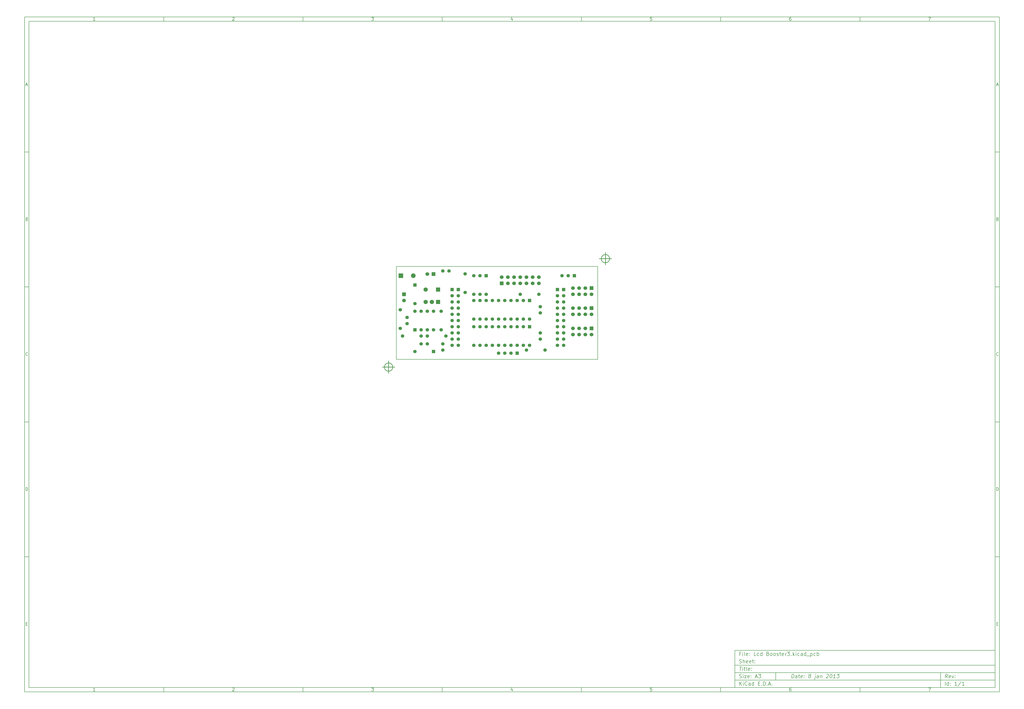
<source format=gbs>
G04 (created by PCBNEW (2012-nov-02)-testing) date Mon 07 Jan 2013 06:01:39 PM PST*
%MOIN*%
G04 Gerber Fmt 3.4, Leading zero omitted, Abs format*
%FSLAX34Y34*%
G01*
G70*
G90*
G04 APERTURE LIST*
%ADD10C,0.006*%
%ADD11C,0.01*%
%ADD12C,0.0059*%
%ADD13R,0.055X0.055*%
%ADD14C,0.055*%
%ADD15R,0.075X0.075*%
%ADD16C,0.075*%
%ADD17R,0.06X0.06*%
%ADD18C,0.06*%
%ADD19C,0.07*%
%ADD20R,0.07X0.07*%
G04 APERTURE END LIST*
G54D10*
X-60000Y55250D02*
X97350Y55250D01*
X97350Y-53680D01*
X-60000Y-53680D01*
X-60000Y55250D01*
X-59300Y54550D02*
X96650Y54550D01*
X96650Y-52980D01*
X-59300Y-52980D01*
X-59300Y54550D01*
X-37530Y55250D02*
X-37530Y54550D01*
X-48617Y54697D02*
X-48902Y54697D01*
X-48760Y54697D02*
X-48760Y55197D01*
X-48807Y55126D01*
X-48855Y55078D01*
X-48902Y55054D01*
X-37530Y-53680D02*
X-37530Y-52980D01*
X-48617Y-53532D02*
X-48902Y-53532D01*
X-48760Y-53532D02*
X-48760Y-53032D01*
X-48807Y-53103D01*
X-48855Y-53151D01*
X-48902Y-53175D01*
X-15060Y55250D02*
X-15060Y54550D01*
X-26432Y55150D02*
X-26409Y55173D01*
X-26361Y55197D01*
X-26242Y55197D01*
X-26194Y55173D01*
X-26170Y55150D01*
X-26147Y55102D01*
X-26147Y55054D01*
X-26170Y54983D01*
X-26456Y54697D01*
X-26147Y54697D01*
X-15060Y-53680D02*
X-15060Y-52980D01*
X-26432Y-53080D02*
X-26409Y-53056D01*
X-26361Y-53032D01*
X-26242Y-53032D01*
X-26194Y-53056D01*
X-26170Y-53080D01*
X-26147Y-53127D01*
X-26147Y-53175D01*
X-26170Y-53246D01*
X-26456Y-53532D01*
X-26147Y-53532D01*
X7410Y55250D02*
X7410Y54550D01*
X-3986Y55197D02*
X-3677Y55197D01*
X-3843Y55007D01*
X-3772Y55007D01*
X-3724Y54983D01*
X-3700Y54959D01*
X-3677Y54911D01*
X-3677Y54792D01*
X-3700Y54745D01*
X-3724Y54721D01*
X-3772Y54697D01*
X-3915Y54697D01*
X-3962Y54721D01*
X-3986Y54745D01*
X7410Y-53680D02*
X7410Y-52980D01*
X-3986Y-53032D02*
X-3677Y-53032D01*
X-3843Y-53222D01*
X-3772Y-53222D01*
X-3724Y-53246D01*
X-3700Y-53270D01*
X-3677Y-53318D01*
X-3677Y-53437D01*
X-3700Y-53484D01*
X-3724Y-53508D01*
X-3772Y-53532D01*
X-3915Y-53532D01*
X-3962Y-53508D01*
X-3986Y-53484D01*
X29880Y55250D02*
X29880Y54550D01*
X18745Y55030D02*
X18745Y54697D01*
X18626Y55221D02*
X18507Y54864D01*
X18816Y54864D01*
X29880Y-53680D02*
X29880Y-52980D01*
X18745Y-53199D02*
X18745Y-53532D01*
X18626Y-53008D02*
X18507Y-53365D01*
X18816Y-53365D01*
X52350Y55250D02*
X52350Y54550D01*
X41239Y55197D02*
X41000Y55197D01*
X40977Y54959D01*
X41000Y54983D01*
X41048Y55007D01*
X41167Y55007D01*
X41215Y54983D01*
X41239Y54959D01*
X41262Y54911D01*
X41262Y54792D01*
X41239Y54745D01*
X41215Y54721D01*
X41167Y54697D01*
X41048Y54697D01*
X41000Y54721D01*
X40977Y54745D01*
X52350Y-53680D02*
X52350Y-52980D01*
X41239Y-53032D02*
X41000Y-53032D01*
X40977Y-53270D01*
X41000Y-53246D01*
X41048Y-53222D01*
X41167Y-53222D01*
X41215Y-53246D01*
X41239Y-53270D01*
X41262Y-53318D01*
X41262Y-53437D01*
X41239Y-53484D01*
X41215Y-53508D01*
X41167Y-53532D01*
X41048Y-53532D01*
X41000Y-53508D01*
X40977Y-53484D01*
X74820Y55250D02*
X74820Y54550D01*
X63685Y55197D02*
X63590Y55197D01*
X63542Y55173D01*
X63518Y55150D01*
X63470Y55078D01*
X63447Y54983D01*
X63447Y54792D01*
X63470Y54745D01*
X63494Y54721D01*
X63542Y54697D01*
X63637Y54697D01*
X63685Y54721D01*
X63709Y54745D01*
X63732Y54792D01*
X63732Y54911D01*
X63709Y54959D01*
X63685Y54983D01*
X63637Y55007D01*
X63542Y55007D01*
X63494Y54983D01*
X63470Y54959D01*
X63447Y54911D01*
X74820Y-53680D02*
X74820Y-52980D01*
X63685Y-53032D02*
X63590Y-53032D01*
X63542Y-53056D01*
X63518Y-53080D01*
X63470Y-53151D01*
X63447Y-53246D01*
X63447Y-53437D01*
X63470Y-53484D01*
X63494Y-53508D01*
X63542Y-53532D01*
X63637Y-53532D01*
X63685Y-53508D01*
X63709Y-53484D01*
X63732Y-53437D01*
X63732Y-53318D01*
X63709Y-53270D01*
X63685Y-53246D01*
X63637Y-53222D01*
X63542Y-53222D01*
X63494Y-53246D01*
X63470Y-53270D01*
X63447Y-53318D01*
X85893Y55197D02*
X86226Y55197D01*
X86012Y54697D01*
X85893Y-53032D02*
X86226Y-53032D01*
X86012Y-53532D01*
X-60000Y33470D02*
X-59300Y33470D01*
X-59769Y44300D02*
X-59530Y44300D01*
X-59816Y44157D02*
X-59649Y44657D01*
X-59483Y44157D01*
X97350Y33470D02*
X96650Y33470D01*
X96880Y44300D02*
X97119Y44300D01*
X96833Y44157D02*
X97000Y44657D01*
X97166Y44157D01*
X-60000Y11690D02*
X-59300Y11690D01*
X-59614Y22639D02*
X-59542Y22615D01*
X-59519Y22591D01*
X-59495Y22544D01*
X-59495Y22472D01*
X-59519Y22425D01*
X-59542Y22401D01*
X-59590Y22377D01*
X-59780Y22377D01*
X-59780Y22877D01*
X-59614Y22877D01*
X-59566Y22853D01*
X-59542Y22830D01*
X-59519Y22782D01*
X-59519Y22734D01*
X-59542Y22687D01*
X-59566Y22663D01*
X-59614Y22639D01*
X-59780Y22639D01*
X97350Y11690D02*
X96650Y11690D01*
X97035Y22639D02*
X97107Y22615D01*
X97130Y22591D01*
X97154Y22544D01*
X97154Y22472D01*
X97130Y22425D01*
X97107Y22401D01*
X97059Y22377D01*
X96869Y22377D01*
X96869Y22877D01*
X97035Y22877D01*
X97083Y22853D01*
X97107Y22830D01*
X97130Y22782D01*
X97130Y22734D01*
X97107Y22687D01*
X97083Y22663D01*
X97035Y22639D01*
X96869Y22639D01*
X-60000Y-10090D02*
X-59300Y-10090D01*
X-59495Y645D02*
X-59519Y621D01*
X-59590Y597D01*
X-59638Y597D01*
X-59709Y621D01*
X-59757Y669D01*
X-59780Y716D01*
X-59804Y811D01*
X-59804Y883D01*
X-59780Y978D01*
X-59757Y1026D01*
X-59709Y1073D01*
X-59638Y1097D01*
X-59590Y1097D01*
X-59519Y1073D01*
X-59495Y1050D01*
X97350Y-10090D02*
X96650Y-10090D01*
X97154Y645D02*
X97130Y621D01*
X97059Y597D01*
X97011Y597D01*
X96940Y621D01*
X96892Y669D01*
X96869Y716D01*
X96845Y811D01*
X96845Y883D01*
X96869Y978D01*
X96892Y1026D01*
X96940Y1073D01*
X97011Y1097D01*
X97059Y1097D01*
X97130Y1073D01*
X97154Y1050D01*
X-60000Y-31870D02*
X-59300Y-31870D01*
X-59780Y-21182D02*
X-59780Y-20682D01*
X-59661Y-20682D01*
X-59590Y-20706D01*
X-59542Y-20753D01*
X-59519Y-20801D01*
X-59495Y-20896D01*
X-59495Y-20968D01*
X-59519Y-21063D01*
X-59542Y-21110D01*
X-59590Y-21158D01*
X-59661Y-21182D01*
X-59780Y-21182D01*
X97350Y-31870D02*
X96650Y-31870D01*
X96869Y-21182D02*
X96869Y-20682D01*
X96988Y-20682D01*
X97059Y-20706D01*
X97107Y-20753D01*
X97130Y-20801D01*
X97154Y-20896D01*
X97154Y-20968D01*
X97130Y-21063D01*
X97107Y-21110D01*
X97059Y-21158D01*
X96988Y-21182D01*
X96869Y-21182D01*
X-59757Y-42700D02*
X-59590Y-42700D01*
X-59519Y-42962D02*
X-59757Y-42962D01*
X-59757Y-42462D01*
X-59519Y-42462D01*
X96892Y-42700D02*
X97059Y-42700D01*
X97130Y-42962D02*
X96892Y-42962D01*
X96892Y-42462D01*
X97130Y-42462D01*
X63800Y-51422D02*
X63875Y-50822D01*
X64017Y-50822D01*
X64100Y-50851D01*
X64150Y-50908D01*
X64171Y-50965D01*
X64185Y-51080D01*
X64175Y-51165D01*
X64132Y-51280D01*
X64096Y-51337D01*
X64032Y-51394D01*
X63942Y-51422D01*
X63800Y-51422D01*
X64657Y-51422D02*
X64696Y-51108D01*
X64675Y-51051D01*
X64621Y-51022D01*
X64507Y-51022D01*
X64446Y-51051D01*
X64660Y-51394D02*
X64600Y-51422D01*
X64457Y-51422D01*
X64403Y-51394D01*
X64382Y-51337D01*
X64389Y-51280D01*
X64425Y-51222D01*
X64485Y-51194D01*
X64628Y-51194D01*
X64689Y-51165D01*
X64907Y-51022D02*
X65135Y-51022D01*
X65017Y-50822D02*
X64953Y-51337D01*
X64975Y-51394D01*
X65028Y-51422D01*
X65085Y-51422D01*
X65517Y-51394D02*
X65457Y-51422D01*
X65342Y-51422D01*
X65289Y-51394D01*
X65267Y-51337D01*
X65296Y-51108D01*
X65332Y-51051D01*
X65392Y-51022D01*
X65507Y-51022D01*
X65560Y-51051D01*
X65582Y-51108D01*
X65575Y-51165D01*
X65282Y-51222D01*
X65807Y-51365D02*
X65832Y-51394D01*
X65800Y-51422D01*
X65775Y-51394D01*
X65807Y-51365D01*
X65800Y-51422D01*
X65846Y-51051D02*
X65871Y-51080D01*
X65839Y-51108D01*
X65814Y-51080D01*
X65846Y-51051D01*
X65839Y-51108D01*
X66671Y-51080D02*
X66617Y-51051D01*
X66592Y-51022D01*
X66571Y-50965D01*
X66575Y-50937D01*
X66610Y-50880D01*
X66642Y-50851D01*
X66703Y-50822D01*
X66817Y-50822D01*
X66871Y-50851D01*
X66896Y-50880D01*
X66917Y-50937D01*
X66914Y-50965D01*
X66878Y-51022D01*
X66846Y-51051D01*
X66785Y-51080D01*
X66671Y-51080D01*
X66610Y-51108D01*
X66578Y-51137D01*
X66542Y-51194D01*
X66528Y-51308D01*
X66550Y-51365D01*
X66575Y-51394D01*
X66628Y-51422D01*
X66742Y-51422D01*
X66803Y-51394D01*
X66835Y-51365D01*
X66871Y-51308D01*
X66885Y-51194D01*
X66864Y-51137D01*
X66839Y-51108D01*
X66785Y-51080D01*
X67621Y-51022D02*
X67557Y-51537D01*
X67521Y-51594D01*
X67460Y-51622D01*
X67432Y-51622D01*
X67646Y-50822D02*
X67614Y-50851D01*
X67639Y-50880D01*
X67671Y-50851D01*
X67646Y-50822D01*
X67639Y-50880D01*
X68114Y-51422D02*
X68153Y-51108D01*
X68132Y-51051D01*
X68078Y-51022D01*
X67964Y-51022D01*
X67903Y-51051D01*
X68117Y-51394D02*
X68057Y-51422D01*
X67914Y-51422D01*
X67860Y-51394D01*
X67839Y-51337D01*
X67846Y-51280D01*
X67882Y-51222D01*
X67942Y-51194D01*
X68085Y-51194D01*
X68146Y-51165D01*
X68450Y-51022D02*
X68400Y-51422D01*
X68442Y-51080D02*
X68475Y-51051D01*
X68535Y-51022D01*
X68621Y-51022D01*
X68675Y-51051D01*
X68696Y-51108D01*
X68657Y-51422D01*
X69439Y-50880D02*
X69471Y-50851D01*
X69532Y-50822D01*
X69675Y-50822D01*
X69728Y-50851D01*
X69753Y-50880D01*
X69775Y-50937D01*
X69767Y-50994D01*
X69728Y-51080D01*
X69342Y-51422D01*
X69714Y-51422D01*
X70160Y-50822D02*
X70217Y-50822D01*
X70271Y-50851D01*
X70296Y-50880D01*
X70317Y-50937D01*
X70332Y-51051D01*
X70314Y-51194D01*
X70271Y-51308D01*
X70235Y-51365D01*
X70203Y-51394D01*
X70142Y-51422D01*
X70085Y-51422D01*
X70032Y-51394D01*
X70007Y-51365D01*
X69985Y-51308D01*
X69971Y-51194D01*
X69989Y-51051D01*
X70032Y-50937D01*
X70067Y-50880D01*
X70100Y-50851D01*
X70160Y-50822D01*
X70857Y-51422D02*
X70514Y-51422D01*
X70685Y-51422D02*
X70760Y-50822D01*
X70692Y-50908D01*
X70628Y-50965D01*
X70567Y-50994D01*
X71132Y-50822D02*
X71503Y-50822D01*
X71275Y-51051D01*
X71360Y-51051D01*
X71414Y-51080D01*
X71439Y-51108D01*
X71460Y-51165D01*
X71442Y-51308D01*
X71407Y-51365D01*
X71375Y-51394D01*
X71314Y-51422D01*
X71142Y-51422D01*
X71089Y-51394D01*
X71064Y-51365D01*
X55392Y-52622D02*
X55392Y-52022D01*
X55735Y-52622D02*
X55478Y-52280D01*
X55735Y-52022D02*
X55392Y-52365D01*
X55992Y-52622D02*
X55992Y-52222D01*
X55992Y-52022D02*
X55964Y-52051D01*
X55992Y-52080D01*
X56021Y-52051D01*
X55992Y-52022D01*
X55992Y-52080D01*
X56621Y-52565D02*
X56592Y-52594D01*
X56507Y-52622D01*
X56450Y-52622D01*
X56364Y-52594D01*
X56307Y-52537D01*
X56278Y-52480D01*
X56250Y-52365D01*
X56250Y-52280D01*
X56278Y-52165D01*
X56307Y-52108D01*
X56364Y-52051D01*
X56450Y-52022D01*
X56507Y-52022D01*
X56592Y-52051D01*
X56621Y-52080D01*
X57135Y-52622D02*
X57135Y-52308D01*
X57107Y-52251D01*
X57050Y-52222D01*
X56935Y-52222D01*
X56878Y-52251D01*
X57135Y-52594D02*
X57078Y-52622D01*
X56935Y-52622D01*
X56878Y-52594D01*
X56850Y-52537D01*
X56850Y-52480D01*
X56878Y-52422D01*
X56935Y-52394D01*
X57078Y-52394D01*
X57135Y-52365D01*
X57678Y-52622D02*
X57678Y-52022D01*
X57678Y-52594D02*
X57621Y-52622D01*
X57507Y-52622D01*
X57450Y-52594D01*
X57421Y-52565D01*
X57392Y-52508D01*
X57392Y-52337D01*
X57421Y-52280D01*
X57450Y-52251D01*
X57507Y-52222D01*
X57621Y-52222D01*
X57678Y-52251D01*
X58421Y-52308D02*
X58621Y-52308D01*
X58707Y-52622D02*
X58421Y-52622D01*
X58421Y-52022D01*
X58707Y-52022D01*
X58964Y-52565D02*
X58992Y-52594D01*
X58964Y-52622D01*
X58935Y-52594D01*
X58964Y-52565D01*
X58964Y-52622D01*
X59249Y-52622D02*
X59249Y-52022D01*
X59392Y-52022D01*
X59478Y-52051D01*
X59535Y-52108D01*
X59564Y-52165D01*
X59592Y-52280D01*
X59592Y-52365D01*
X59564Y-52480D01*
X59535Y-52537D01*
X59478Y-52594D01*
X59392Y-52622D01*
X59249Y-52622D01*
X59849Y-52565D02*
X59878Y-52594D01*
X59849Y-52622D01*
X59821Y-52594D01*
X59849Y-52565D01*
X59849Y-52622D01*
X60107Y-52451D02*
X60392Y-52451D01*
X60049Y-52622D02*
X60249Y-52022D01*
X60449Y-52622D01*
X60649Y-52565D02*
X60678Y-52594D01*
X60649Y-52622D01*
X60621Y-52594D01*
X60649Y-52565D01*
X60649Y-52622D01*
X88942Y-51422D02*
X88778Y-51137D01*
X88600Y-51422D02*
X88675Y-50822D01*
X88903Y-50822D01*
X88957Y-50851D01*
X88982Y-50880D01*
X89003Y-50937D01*
X88992Y-51022D01*
X88957Y-51080D01*
X88925Y-51108D01*
X88864Y-51137D01*
X88635Y-51137D01*
X89432Y-51394D02*
X89371Y-51422D01*
X89257Y-51422D01*
X89203Y-51394D01*
X89182Y-51337D01*
X89210Y-51108D01*
X89246Y-51051D01*
X89307Y-51022D01*
X89421Y-51022D01*
X89475Y-51051D01*
X89496Y-51108D01*
X89489Y-51165D01*
X89196Y-51222D01*
X89707Y-51022D02*
X89800Y-51422D01*
X89992Y-51022D01*
X90178Y-51365D02*
X90203Y-51394D01*
X90171Y-51422D01*
X90146Y-51394D01*
X90178Y-51365D01*
X90171Y-51422D01*
X90217Y-51051D02*
X90242Y-51080D01*
X90210Y-51108D01*
X90185Y-51080D01*
X90217Y-51051D01*
X90210Y-51108D01*
X55364Y-51394D02*
X55450Y-51422D01*
X55592Y-51422D01*
X55650Y-51394D01*
X55678Y-51365D01*
X55707Y-51308D01*
X55707Y-51251D01*
X55678Y-51194D01*
X55650Y-51165D01*
X55592Y-51137D01*
X55478Y-51108D01*
X55421Y-51080D01*
X55392Y-51051D01*
X55364Y-50994D01*
X55364Y-50937D01*
X55392Y-50880D01*
X55421Y-50851D01*
X55478Y-50822D01*
X55621Y-50822D01*
X55707Y-50851D01*
X55964Y-51422D02*
X55964Y-51022D01*
X55964Y-50822D02*
X55935Y-50851D01*
X55964Y-50880D01*
X55992Y-50851D01*
X55964Y-50822D01*
X55964Y-50880D01*
X56192Y-51022D02*
X56507Y-51022D01*
X56192Y-51422D01*
X56507Y-51422D01*
X56964Y-51394D02*
X56907Y-51422D01*
X56792Y-51422D01*
X56735Y-51394D01*
X56707Y-51337D01*
X56707Y-51108D01*
X56735Y-51051D01*
X56792Y-51022D01*
X56907Y-51022D01*
X56964Y-51051D01*
X56992Y-51108D01*
X56992Y-51165D01*
X56707Y-51222D01*
X57250Y-51365D02*
X57278Y-51394D01*
X57250Y-51422D01*
X57221Y-51394D01*
X57250Y-51365D01*
X57250Y-51422D01*
X57250Y-51051D02*
X57278Y-51080D01*
X57250Y-51108D01*
X57221Y-51080D01*
X57250Y-51051D01*
X57250Y-51108D01*
X57964Y-51251D02*
X58250Y-51251D01*
X57907Y-51422D02*
X58107Y-50822D01*
X58307Y-51422D01*
X58450Y-50822D02*
X58821Y-50822D01*
X58621Y-51051D01*
X58707Y-51051D01*
X58764Y-51080D01*
X58792Y-51108D01*
X58821Y-51165D01*
X58821Y-51308D01*
X58792Y-51365D01*
X58764Y-51394D01*
X58707Y-51422D01*
X58535Y-51422D01*
X58478Y-51394D01*
X58450Y-51365D01*
X88592Y-52622D02*
X88592Y-52022D01*
X89135Y-52622D02*
X89135Y-52022D01*
X89135Y-52594D02*
X89078Y-52622D01*
X88964Y-52622D01*
X88907Y-52594D01*
X88878Y-52565D01*
X88850Y-52508D01*
X88850Y-52337D01*
X88878Y-52280D01*
X88907Y-52251D01*
X88964Y-52222D01*
X89078Y-52222D01*
X89135Y-52251D01*
X89421Y-52565D02*
X89450Y-52594D01*
X89421Y-52622D01*
X89392Y-52594D01*
X89421Y-52565D01*
X89421Y-52622D01*
X89421Y-52251D02*
X89450Y-52280D01*
X89421Y-52308D01*
X89392Y-52280D01*
X89421Y-52251D01*
X89421Y-52308D01*
X90478Y-52622D02*
X90135Y-52622D01*
X90307Y-52622D02*
X90307Y-52022D01*
X90249Y-52108D01*
X90192Y-52165D01*
X90135Y-52194D01*
X91164Y-51994D02*
X90650Y-52765D01*
X91678Y-52622D02*
X91335Y-52622D01*
X91507Y-52622D02*
X91507Y-52022D01*
X91449Y-52108D01*
X91392Y-52165D01*
X91335Y-52194D01*
X55389Y-49622D02*
X55732Y-49622D01*
X55485Y-50222D02*
X55560Y-49622D01*
X55857Y-50222D02*
X55907Y-49822D01*
X55932Y-49622D02*
X55900Y-49651D01*
X55925Y-49680D01*
X55957Y-49651D01*
X55932Y-49622D01*
X55925Y-49680D01*
X56107Y-49822D02*
X56335Y-49822D01*
X56217Y-49622D02*
X56153Y-50137D01*
X56175Y-50194D01*
X56228Y-50222D01*
X56285Y-50222D01*
X56571Y-50222D02*
X56517Y-50194D01*
X56496Y-50137D01*
X56560Y-49622D01*
X57032Y-50194D02*
X56971Y-50222D01*
X56857Y-50222D01*
X56803Y-50194D01*
X56782Y-50137D01*
X56810Y-49908D01*
X56846Y-49851D01*
X56907Y-49822D01*
X57021Y-49822D01*
X57075Y-49851D01*
X57096Y-49908D01*
X57089Y-49965D01*
X56796Y-50022D01*
X57321Y-50165D02*
X57346Y-50194D01*
X57314Y-50222D01*
X57289Y-50194D01*
X57321Y-50165D01*
X57314Y-50222D01*
X57360Y-49851D02*
X57385Y-49880D01*
X57353Y-49908D01*
X57328Y-49880D01*
X57360Y-49851D01*
X57353Y-49908D01*
X55592Y-47508D02*
X55392Y-47508D01*
X55392Y-47822D02*
X55392Y-47222D01*
X55678Y-47222D01*
X55907Y-47822D02*
X55907Y-47422D01*
X55907Y-47222D02*
X55878Y-47251D01*
X55907Y-47280D01*
X55935Y-47251D01*
X55907Y-47222D01*
X55907Y-47280D01*
X56278Y-47822D02*
X56221Y-47794D01*
X56192Y-47737D01*
X56192Y-47222D01*
X56735Y-47794D02*
X56678Y-47822D01*
X56564Y-47822D01*
X56507Y-47794D01*
X56478Y-47737D01*
X56478Y-47508D01*
X56507Y-47451D01*
X56564Y-47422D01*
X56678Y-47422D01*
X56735Y-47451D01*
X56764Y-47508D01*
X56764Y-47565D01*
X56478Y-47622D01*
X57021Y-47765D02*
X57050Y-47794D01*
X57021Y-47822D01*
X56992Y-47794D01*
X57021Y-47765D01*
X57021Y-47822D01*
X57021Y-47451D02*
X57050Y-47480D01*
X57021Y-47508D01*
X56992Y-47480D01*
X57021Y-47451D01*
X57021Y-47508D01*
X58050Y-47822D02*
X57764Y-47822D01*
X57764Y-47222D01*
X58507Y-47794D02*
X58450Y-47822D01*
X58335Y-47822D01*
X58278Y-47794D01*
X58250Y-47765D01*
X58221Y-47708D01*
X58221Y-47537D01*
X58250Y-47480D01*
X58278Y-47451D01*
X58335Y-47422D01*
X58450Y-47422D01*
X58507Y-47451D01*
X59021Y-47822D02*
X59021Y-47222D01*
X59021Y-47794D02*
X58964Y-47822D01*
X58850Y-47822D01*
X58792Y-47794D01*
X58764Y-47765D01*
X58735Y-47708D01*
X58735Y-47537D01*
X58764Y-47480D01*
X58792Y-47451D01*
X58850Y-47422D01*
X58964Y-47422D01*
X59021Y-47451D01*
X59964Y-47508D02*
X60050Y-47537D01*
X60078Y-47565D01*
X60107Y-47622D01*
X60107Y-47708D01*
X60078Y-47765D01*
X60050Y-47794D01*
X59992Y-47822D01*
X59764Y-47822D01*
X59764Y-47222D01*
X59964Y-47222D01*
X60021Y-47251D01*
X60050Y-47280D01*
X60078Y-47337D01*
X60078Y-47394D01*
X60050Y-47451D01*
X60021Y-47480D01*
X59964Y-47508D01*
X59764Y-47508D01*
X60450Y-47822D02*
X60392Y-47794D01*
X60364Y-47765D01*
X60335Y-47708D01*
X60335Y-47537D01*
X60364Y-47480D01*
X60392Y-47451D01*
X60450Y-47422D01*
X60535Y-47422D01*
X60592Y-47451D01*
X60621Y-47480D01*
X60650Y-47537D01*
X60650Y-47708D01*
X60621Y-47765D01*
X60592Y-47794D01*
X60535Y-47822D01*
X60450Y-47822D01*
X60992Y-47822D02*
X60935Y-47794D01*
X60907Y-47765D01*
X60878Y-47708D01*
X60878Y-47537D01*
X60907Y-47480D01*
X60935Y-47451D01*
X60992Y-47422D01*
X61078Y-47422D01*
X61135Y-47451D01*
X61164Y-47480D01*
X61192Y-47537D01*
X61192Y-47708D01*
X61164Y-47765D01*
X61135Y-47794D01*
X61078Y-47822D01*
X60992Y-47822D01*
X61421Y-47794D02*
X61478Y-47822D01*
X61592Y-47822D01*
X61650Y-47794D01*
X61678Y-47737D01*
X61678Y-47708D01*
X61650Y-47651D01*
X61592Y-47622D01*
X61507Y-47622D01*
X61450Y-47594D01*
X61421Y-47537D01*
X61421Y-47508D01*
X61450Y-47451D01*
X61507Y-47422D01*
X61592Y-47422D01*
X61650Y-47451D01*
X61850Y-47422D02*
X62078Y-47422D01*
X61935Y-47222D02*
X61935Y-47737D01*
X61964Y-47794D01*
X62021Y-47822D01*
X62078Y-47822D01*
X62507Y-47794D02*
X62450Y-47822D01*
X62335Y-47822D01*
X62278Y-47794D01*
X62250Y-47737D01*
X62250Y-47508D01*
X62278Y-47451D01*
X62335Y-47422D01*
X62450Y-47422D01*
X62507Y-47451D01*
X62535Y-47508D01*
X62535Y-47565D01*
X62250Y-47622D01*
X62792Y-47822D02*
X62792Y-47422D01*
X62792Y-47537D02*
X62821Y-47480D01*
X62850Y-47451D01*
X62907Y-47422D01*
X62964Y-47422D01*
X63107Y-47222D02*
X63478Y-47222D01*
X63278Y-47451D01*
X63364Y-47451D01*
X63421Y-47480D01*
X63450Y-47508D01*
X63478Y-47565D01*
X63478Y-47708D01*
X63450Y-47765D01*
X63421Y-47794D01*
X63364Y-47822D01*
X63192Y-47822D01*
X63135Y-47794D01*
X63107Y-47765D01*
X63735Y-47765D02*
X63764Y-47794D01*
X63735Y-47822D01*
X63707Y-47794D01*
X63735Y-47765D01*
X63735Y-47822D01*
X64021Y-47822D02*
X64021Y-47222D01*
X64078Y-47594D02*
X64250Y-47822D01*
X64250Y-47422D02*
X64021Y-47651D01*
X64507Y-47822D02*
X64507Y-47422D01*
X64507Y-47222D02*
X64478Y-47251D01*
X64507Y-47280D01*
X64535Y-47251D01*
X64507Y-47222D01*
X64507Y-47280D01*
X65050Y-47794D02*
X64992Y-47822D01*
X64878Y-47822D01*
X64821Y-47794D01*
X64792Y-47765D01*
X64764Y-47708D01*
X64764Y-47537D01*
X64792Y-47480D01*
X64821Y-47451D01*
X64878Y-47422D01*
X64992Y-47422D01*
X65050Y-47451D01*
X65564Y-47822D02*
X65564Y-47508D01*
X65535Y-47451D01*
X65478Y-47422D01*
X65364Y-47422D01*
X65307Y-47451D01*
X65564Y-47794D02*
X65507Y-47822D01*
X65364Y-47822D01*
X65307Y-47794D01*
X65278Y-47737D01*
X65278Y-47680D01*
X65307Y-47622D01*
X65364Y-47594D01*
X65507Y-47594D01*
X65564Y-47565D01*
X66107Y-47822D02*
X66107Y-47222D01*
X66107Y-47794D02*
X66050Y-47822D01*
X65935Y-47822D01*
X65878Y-47794D01*
X65850Y-47765D01*
X65821Y-47708D01*
X65821Y-47537D01*
X65850Y-47480D01*
X65878Y-47451D01*
X65935Y-47422D01*
X66050Y-47422D01*
X66107Y-47451D01*
X66250Y-47880D02*
X66707Y-47880D01*
X66850Y-47422D02*
X66850Y-48022D01*
X66850Y-47451D02*
X66907Y-47422D01*
X67021Y-47422D01*
X67078Y-47451D01*
X67107Y-47480D01*
X67135Y-47537D01*
X67135Y-47708D01*
X67107Y-47765D01*
X67078Y-47794D01*
X67021Y-47822D01*
X66907Y-47822D01*
X66850Y-47794D01*
X67650Y-47794D02*
X67592Y-47822D01*
X67478Y-47822D01*
X67421Y-47794D01*
X67392Y-47765D01*
X67364Y-47708D01*
X67364Y-47537D01*
X67392Y-47480D01*
X67421Y-47451D01*
X67478Y-47422D01*
X67592Y-47422D01*
X67650Y-47451D01*
X67907Y-47822D02*
X67907Y-47222D01*
X67907Y-47451D02*
X67964Y-47422D01*
X68078Y-47422D01*
X68135Y-47451D01*
X68164Y-47480D01*
X68192Y-47537D01*
X68192Y-47708D01*
X68164Y-47765D01*
X68135Y-47794D01*
X68078Y-47822D01*
X67964Y-47822D01*
X67907Y-47794D01*
X55364Y-48994D02*
X55450Y-49022D01*
X55592Y-49022D01*
X55650Y-48994D01*
X55678Y-48965D01*
X55707Y-48908D01*
X55707Y-48851D01*
X55678Y-48794D01*
X55650Y-48765D01*
X55592Y-48737D01*
X55478Y-48708D01*
X55421Y-48680D01*
X55392Y-48651D01*
X55364Y-48594D01*
X55364Y-48537D01*
X55392Y-48480D01*
X55421Y-48451D01*
X55478Y-48422D01*
X55621Y-48422D01*
X55707Y-48451D01*
X55964Y-49022D02*
X55964Y-48422D01*
X56221Y-49022D02*
X56221Y-48708D01*
X56192Y-48651D01*
X56135Y-48622D01*
X56050Y-48622D01*
X55992Y-48651D01*
X55964Y-48680D01*
X56735Y-48994D02*
X56678Y-49022D01*
X56564Y-49022D01*
X56507Y-48994D01*
X56478Y-48937D01*
X56478Y-48708D01*
X56507Y-48651D01*
X56564Y-48622D01*
X56678Y-48622D01*
X56735Y-48651D01*
X56764Y-48708D01*
X56764Y-48765D01*
X56478Y-48822D01*
X57250Y-48994D02*
X57192Y-49022D01*
X57078Y-49022D01*
X57021Y-48994D01*
X56992Y-48937D01*
X56992Y-48708D01*
X57021Y-48651D01*
X57078Y-48622D01*
X57192Y-48622D01*
X57250Y-48651D01*
X57278Y-48708D01*
X57278Y-48765D01*
X56992Y-48822D01*
X57450Y-48622D02*
X57678Y-48622D01*
X57535Y-48422D02*
X57535Y-48937D01*
X57564Y-48994D01*
X57621Y-49022D01*
X57678Y-49022D01*
X57878Y-48965D02*
X57907Y-48994D01*
X57878Y-49022D01*
X57850Y-48994D01*
X57878Y-48965D01*
X57878Y-49022D01*
X57878Y-48651D02*
X57907Y-48680D01*
X57878Y-48708D01*
X57850Y-48680D01*
X57878Y-48651D01*
X57878Y-48708D01*
X54650Y-46980D02*
X54650Y-52980D01*
X54650Y-46980D02*
X96650Y-46980D01*
X54650Y-46980D02*
X96650Y-46980D01*
X54650Y-49380D02*
X96650Y-49380D01*
X87850Y-50580D02*
X87850Y-52980D01*
X54650Y-51780D02*
X96650Y-51780D01*
X54650Y-50580D02*
X96650Y-50580D01*
X61250Y-50580D02*
X61250Y-51780D01*
G54D11*
X34416Y16250D02*
G75*
G03X34416Y16250I-666J0D01*
G74*
G01*
X32750Y16250D02*
X34750Y16250D01*
X33750Y17250D02*
X33750Y15250D01*
X-583Y-1250D02*
G75*
G03X-583Y-1250I-666J0D01*
G74*
G01*
X-2250Y-1250D02*
X-250Y-1250D01*
X-1250Y-250D02*
X-1250Y-2250D01*
G54D12*
X32500Y0D02*
X0Y0D01*
X0Y0D02*
X0Y15000D01*
X32500Y15000D02*
X32500Y0D01*
X0Y15000D02*
X32500Y15000D01*
G54D13*
X27000Y11250D03*
G54D14*
X27000Y10250D03*
X27000Y9250D03*
X27000Y8250D03*
X27000Y7250D03*
X27000Y6250D03*
X27000Y5250D03*
X27000Y4250D03*
X27000Y3250D03*
X27000Y2250D03*
G54D13*
X26000Y11250D03*
G54D14*
X26000Y10250D03*
X26000Y9250D03*
X26000Y8250D03*
X26000Y7250D03*
X26000Y6250D03*
X26000Y5250D03*
X26000Y4250D03*
X26000Y3250D03*
X26000Y2250D03*
G54D13*
X10000Y11250D03*
G54D14*
X10000Y10250D03*
X10000Y9250D03*
X10000Y8250D03*
X10000Y7250D03*
X10000Y6250D03*
X10000Y5250D03*
X10000Y4250D03*
X10000Y3250D03*
X10000Y2250D03*
G54D13*
X9000Y11250D03*
G54D14*
X9000Y10250D03*
X9000Y9250D03*
X9000Y8250D03*
X9000Y7250D03*
X9000Y6250D03*
X9000Y5250D03*
X9000Y4250D03*
X9000Y3250D03*
X9000Y2250D03*
G54D13*
X28750Y13500D03*
G54D14*
X27750Y13500D03*
X26750Y13500D03*
G54D15*
X750Y13500D03*
G54D16*
X2750Y13500D03*
G54D13*
X3000Y4750D03*
G54D14*
X4000Y4750D03*
X5000Y4750D03*
X6000Y4750D03*
X6000Y7750D03*
X5000Y7750D03*
X4000Y7750D03*
X3000Y7750D03*
G54D13*
X21500Y5250D03*
G54D14*
X20500Y5250D03*
X19500Y5250D03*
X18500Y5250D03*
X17500Y5250D03*
X16500Y5250D03*
X15500Y5250D03*
X14500Y5250D03*
X13500Y5250D03*
X12500Y5250D03*
X12500Y2250D03*
X13500Y2250D03*
X14500Y2250D03*
X15500Y2250D03*
X16500Y2250D03*
X17500Y2250D03*
X18500Y2250D03*
X19500Y2250D03*
X20500Y2250D03*
X21500Y2250D03*
G54D13*
X21500Y9500D03*
G54D14*
X20500Y9500D03*
X19500Y9500D03*
X18500Y9500D03*
X17500Y9500D03*
X16500Y9500D03*
X15500Y9500D03*
X14500Y9500D03*
X13500Y9500D03*
X12500Y9500D03*
X12500Y6500D03*
X13500Y6500D03*
X14500Y6500D03*
X15500Y6500D03*
X16500Y6500D03*
X17500Y6500D03*
X18500Y6500D03*
X19500Y6500D03*
X20500Y6500D03*
X21500Y6500D03*
G54D13*
X3000Y12000D03*
G54D14*
X3000Y9000D03*
G54D13*
X14500Y13500D03*
G54D14*
X13500Y13500D03*
X12500Y13500D03*
X12500Y10500D03*
X13500Y10500D03*
X14500Y10500D03*
G54D17*
X1250Y10500D03*
G54D18*
X1250Y9500D03*
G54D14*
X4000Y2500D03*
X5000Y2500D03*
G54D13*
X6000Y1250D03*
G54D14*
X3000Y1250D03*
X1750Y6750D03*
X1750Y5750D03*
G54D19*
X4750Y11250D03*
G54D20*
X6750Y11250D03*
G54D14*
X7500Y2500D03*
X7500Y1500D03*
X7500Y14250D03*
X8500Y14250D03*
X23250Y3250D03*
X23250Y4250D03*
X23250Y7500D03*
X23250Y8500D03*
G54D17*
X17000Y12250D03*
G54D18*
X17000Y13250D03*
X18000Y12250D03*
X18000Y13250D03*
X19000Y12250D03*
X19000Y13250D03*
X20000Y12250D03*
X20000Y13250D03*
X21000Y12250D03*
X21000Y13250D03*
X22000Y12250D03*
X22000Y13250D03*
X23000Y12250D03*
X23000Y13250D03*
G54D17*
X6000Y13750D03*
G54D18*
X5000Y13750D03*
G54D17*
X31500Y8250D03*
G54D18*
X31500Y7250D03*
X30500Y8250D03*
X30500Y7250D03*
X29500Y8250D03*
X29500Y7250D03*
X28500Y8250D03*
X28500Y7250D03*
G54D17*
X31500Y11500D03*
G54D18*
X31500Y10500D03*
X30500Y11500D03*
X30500Y10500D03*
X29500Y11500D03*
X29500Y10500D03*
X28500Y11500D03*
X28500Y10500D03*
G54D17*
X31500Y5000D03*
G54D18*
X31500Y4000D03*
X30500Y5000D03*
X30500Y4000D03*
X29500Y5000D03*
X29500Y4000D03*
X28500Y5000D03*
X28500Y4000D03*
G54D14*
X650Y8000D03*
X650Y5000D03*
X20000Y10500D03*
X23000Y10500D03*
X21000Y1500D03*
X24000Y1500D03*
X11100Y13800D03*
X11100Y10800D03*
X1000Y3750D03*
X4000Y3750D03*
X8000Y3750D03*
X5000Y3750D03*
X7250Y4750D03*
X7250Y7750D03*
G54D13*
X19500Y1000D03*
G54D14*
X18500Y1000D03*
X17500Y1000D03*
X16500Y1000D03*
G54D19*
X4750Y9250D03*
X5750Y9250D03*
G54D20*
X6750Y9250D03*
M02*

</source>
